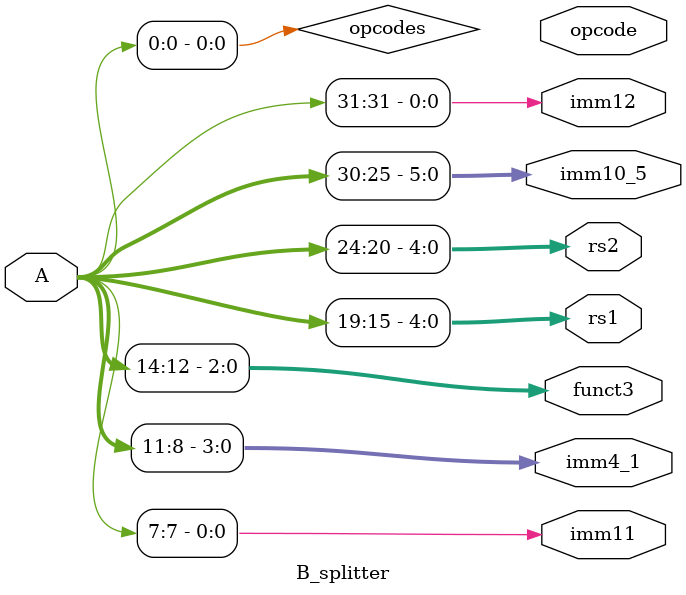
<source format=v>
module B_splitter (
    input [31:0] A,
    output [6:0] opcode,
    output [0:0] imm11,
    output [3:0] imm4_1,
    output [2:0] funct3,
    output [4:0] rs1,
    output [4:0] rs2,
    output [5:0] imm10_5,
    output [0:0] imm12
  );

assign opcodes = A[6:0];
assign imm11 = A[7];
assign imm4_1 = A[11:8];
assign funct3 = A[14:12];
assign rs1 = A[19:15];
assign rs2 = A[24:20];
assign imm10_5 = A[30:25];
assign imm12 = A[31];


endmodule
</source>
